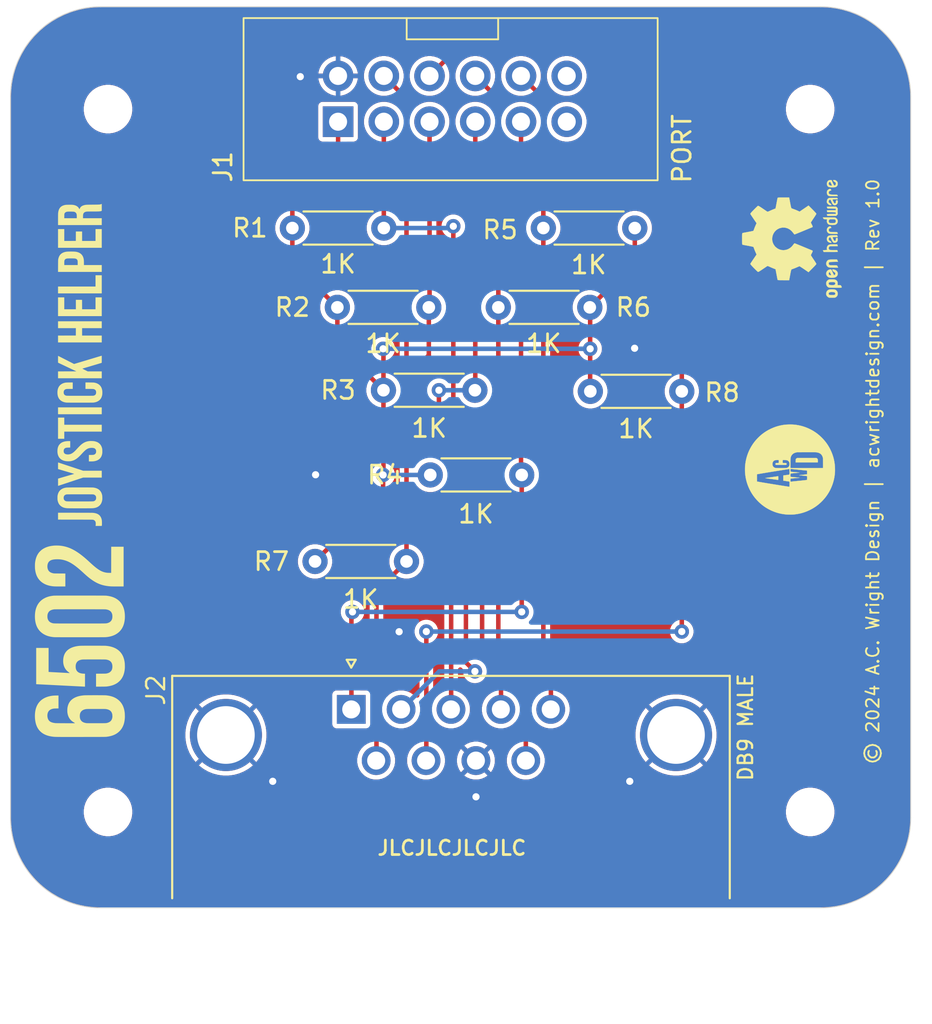
<source format=kicad_pcb>
(kicad_pcb (version 20241229) (generator "pcbnew") (generator_version "9.0")
  (title_block (title "6502 Joystick Helper") (date "2025-09-18") (rev "1.0") (company "A.C. Wright Design"))
  (layers (0 "F.Cu" signal "Top") (2 "B.Cu" signal "Bottom") (13 "F.Paste" user) (15 "B.Paste" user) (5 "F.SilkS" user "F.Silkscreen") (7 "B.SilkS" user "B.Silkscreen") (1 "F.Mask" user) (3 "B.Mask" user) (25 "Edge.Cuts" user))
  (net 0 "")
  (net 1 "GND")
  (net 2 "VCC")
  (net 3 "P2")
  (net 4 "P3")
  (net 5 "P6")
  (net 6 "P5")
  (net 7 "P0")
  (net 8 "P4")
  (net 9 "P1")
  (net 12 "P7")
  (footprint "MountingHole:MountingHole_2.2mm_M2" (layer "F.Cu") (at 154.222 81.3)
    (property "Reference" "H2" (hide yes))
    (property "Value" "MountingHole" (hide yes))
    (pad "" np_thru_hole circle (at 0 0) (size 2.2 2.2) (drill 2.2) (layers "*.Cu" "*.Mask"))
  )
  (footprint "MountingHole:MountingHole_2.2mm_M2" (layer "F.Cu") (at 115.222 81.3)
    (property "Reference" "H1" (hide yes))
    (property "Value" "MountingHole" (hide yes))
    (pad "" np_thru_hole circle (at 0 0) (size 2.2 2.2) (drill 2.2) (layers "*.Cu" "*.Mask"))
  )
  (footprint "Resistor_THT:R_Axial_DIN0204_L3.6mm_D1.6mm_P5.08mm_Horizontal" (layer "F.Cu") (at 135.6 96.9 180)
    (property "Reference" "R3" (at 7.6 0 0) (layer "F.SilkS"))
    (property "Value" "1K" (at 2.54 -2.11 0) (layer "F.SilkS"))
    (pad "1" thru_hole circle (at 0 0 180) (size 1.4 1.4) (drill 0.7) (layers "*.Cu" "*.Mask") (net 6 "P5"))
    (pad "2" thru_hole oval (at 5.08 0 180) (size 1.4 1.4) (drill 0.7) (layers "*.Cu" "*.Mask") (net 2 "VCC"))
  )
  (footprint "6502 Parts:6502 GPIO Connector" (layer "F.Cu") (at 128 82 90)
    (property "Reference" "J1" (at -2.5 -6.4 90) (layer "F.SilkS"))
    (property "Value" "PORT" (at -1.5 19.1 90) (layer "F.SilkS"))
    (pad "1" thru_hole rect (at 0 0 90) (size 1.7 1.7) (drill 1) (layers "*.Cu" "*.Mask") (net 2 "VCC"))
    (pad "2" thru_hole oval (at 2.54 0 90) (size 1.7 1.7) (drill 1) (layers "*.Cu" "*.Mask") (net 1 "GND"))
    (pad "3" thru_hole oval (at 0 2.54 90) (size 1.7 1.7) (drill 1) (layers "*.Cu" "*.Mask") (net 12 "P7"))
    (pad "4" thru_hole oval (at 2.54 2.54 90) (size 1.7 1.7) (drill 1) (layers "*.Cu" "*.Mask") (net 7 "P0"))
    (pad "5" thru_hole oval (at 0 5.08 90) (size 1.7 1.7) (drill 1) (layers "*.Cu" "*.Mask") (net 5 "P6"))
    (pad "6" thru_hole oval (at 2.54 5.08 90) (size 1.7 1.7) (drill 1) (layers "*.Cu" "*.Mask") (net 9 "P1"))
    (pad "7" thru_hole oval (at 0 7.62 90) (size 1.7 1.7) (drill 1) (layers "*.Cu" "*.Mask") (net 6 "P5"))
    (pad "8" thru_hole oval (at 2.54 7.62 90) (size 1.7 1.7) (drill 1) (layers "*.Cu" "*.Mask") (net 3 "P2"))
    (pad "9" thru_hole oval (at 0 10.16 90) (size 1.7 1.7) (drill 1) (layers "*.Cu" "*.Mask") (net 8 "P4"))
    (pad "10" thru_hole oval (at 2.54 10.16 90) (size 1.7 1.7) (drill 1) (layers "*.Cu" "*.Mask") (net 4 "P3"))
    (pad "11" thru_hole oval (at 0 12.7 90) (size 1.7 1.7) (drill 1) (layers "*.Cu" "*.Mask"))
    (pad "12" thru_hole oval (at 2.54 12.7 90) (size 1.7 1.7) (drill 1) (layers "*.Cu" "*.Mask"))
  )
  (footprint "6502 Logos:6502 Joystick Helper 5mm" (layer "F.Cu") (at 113.659732 96.152423 90)
    (property "Reference" "G***" (hide yes))
    (property "Value" "LOGO" (hide yes))
  )
  (footprint "Resistor_THT:R_Axial_DIN0204_L3.6mm_D1.6mm_P5.08mm_Horizontal" (layer "F.Cu") (at 133.04 92.3 180)
    (property "Reference" "R2" (at 7.58 0 0) (layer "F.SilkS"))
    (property "Value" "1K" (at 2.54 -2.01 0) (layer "F.SilkS"))
    (pad "1" thru_hole circle (at 0 0 180) (size 1.4 1.4) (drill 0.7) (layers "*.Cu" "*.Mask") (net 5 "P6"))
    (pad "2" thru_hole oval (at 5.08 0 180) (size 1.4 1.4) (drill 0.7) (layers "*.Cu" "*.Mask") (net 2 "VCC"))
  )
  (footprint "Resistor_THT:R_Axial_DIN0204_L3.6mm_D1.6mm_P5.08mm_Horizontal" (layer "F.Cu") (at 139.4 87.9)
    (property "Reference" "R5" (at -2.4 0.1 0) (layer "F.SilkS"))
    (property "Value" "1K" (at 2.52 2.04 0) (layer "F.SilkS"))
    (pad "1" thru_hole circle (at 0 0) (size 1.4 1.4) (drill 0.7) (layers "*.Cu" "*.Mask") (net 4 "P3"))
    (pad "2" thru_hole oval (at 5.08 0) (size 1.4 1.4) (drill 0.7) (layers "*.Cu" "*.Mask") (net 2 "VCC"))
  )
  (footprint "Symbol:OSHW-Logo2_7.3x6mm_SilkScreen" (layer "F.Cu") (at 153.2 88.5 90)
    (property "Reference" "REF**" (hide yes))
    (property "Value" "OSHW-Logo2_7.3x6mm_SilkScreen" (hide yes))
  )
  (footprint "Resistor_THT:R_Axial_DIN0204_L3.6mm_D1.6mm_P5.08mm_Horizontal" (layer "F.Cu") (at 131.8 106.4 180)
    (property "Reference" "R7" (at 7.5 0 0) (layer "F.SilkS"))
    (property "Value" "1K" (at 2.54 -2.1 0) (layer "F.SilkS"))
    (pad "1" thru_hole circle (at 0 0 180) (size 1.4 1.4) (drill 0.7) (layers "*.Cu" "*.Mask") (net 7 "P0"))
    (pad "2" thru_hole oval (at 5.08 0 180) (size 1.4 1.4) (drill 0.7) (layers "*.Cu" "*.Mask") (net 2 "VCC"))
  )
  (footprint "MountingHole:MountingHole_2.2mm_M2" (layer "F.Cu") (at 154.222 120.3)
    (property "Reference" "H4" (hide yes))
    (property "Value" "MountingHole" (hide yes))
    (pad "" np_thru_hole circle (at 0 0) (size 2.2 2.2) (drill 2.2) (layers "*.Cu" "*.Mask"))
  )
  (footprint "Resistor_THT:R_Axial_DIN0204_L3.6mm_D1.6mm_P5.08mm_Horizontal" (layer "F.Cu") (at 136.9 92.3)
    (property "Reference" "R6" (at 7.5 0 0) (layer "F.SilkS"))
    (property "Value" "1K" (at 2.52 2.01 0) (layer "F.SilkS"))
    (pad "1" thru_hole circle (at 0 0) (size 1.4 1.4) (drill 0.7) (layers "*.Cu" "*.Mask") (net 3 "P2"))
    (pad "2" thru_hole oval (at 5.08 0) (size 1.4 1.4) (drill 0.7) (layers "*.Cu" "*.Mask") (net 2 "VCC"))
  )
  (footprint "A.C. Wright Logo:A.C. Wright Logo 5mm" (layer "F.Cu") (at 153.1 101.3 90)
    (property "Reference" "G***" (hide yes))
    (property "Value" "LOGO" (hide yes))
  )
  (footprint "Connector_Dsub:DSUB-9_Pins_Horizontal_P2.77x2.84mm_EdgePinOffset7.70mm_Housed_MountingHolesOffset9.12mm" (layer "F.Cu") (at 128.73 114.61)
    (property "Reference" "J2" (at -10.85 -1.07 270) (layer "F.SilkS") (effects (font (thickness 0.127))))
    (property "Value" "DB9 MALE" (at 21.9 0.99 270) (layer "F.SilkS") (effects (font (size 0.8 0.8) (thickness 0.127))))
    (pad "0" thru_hole circle (at -6.96 1.42) (size 4 4) (drill 3.2) (layers "*.Cu" "*.Mask") (net 1 "GND"))
    (pad "0" thru_hole circle (at 18.04 1.42) (size 4 4) (drill 3.2) (layers "*.Cu" "*.Mask") (net 1 "GND"))
    (pad "1" thru_hole rect (at 0 0) (size 1.6 1.6) (drill 1) (layers "*.Cu" "*.Mask") (net 8 "P4"))
    (pad "2" thru_hole circle (at 2.77 0) (size 1.6 1.6) (drill 1) (layers "*.Cu" "*.Mask") (net 6 "P5"))
    (pad "3" thru_hole circle (at 5.54 0) (size 1.6 1.6) (drill 1) (layers "*.Cu" "*.Mask") (net 5 "P6"))
    (pad "4" thru_hole circle (at 8.31 0) (size 1.6 1.6) (drill 1) (layers "*.Cu" "*.Mask") (net 12 "P7"))
    (pad "5" thru_hole circle (at 11.08 0) (size 1.6 1.6) (drill 1) (layers "*.Cu" "*.Mask") (net 4 "P3"))
    (pad "6" thru_hole circle (at 1.385 2.84) (size 1.6 1.6) (drill 1) (layers "*.Cu" "*.Mask") (net 7 "P0"))
    (pad "7" thru_hole circle (at 4.155 2.84) (size 1.6 1.6) (drill 1) (layers "*.Cu" "*.Mask") (net 9 "P1"))
    (pad "8" thru_hole circle (at 6.925 2.84) (size 1.6 1.6) (drill 1) (layers "*.Cu" "*.Mask") (net 1 "GND"))
    (pad "9" thru_hole circle (at 9.695 2.84) (size 1.6 1.6) (drill 1) (layers "*.Cu" "*.Mask") (net 3 "P2"))
  )
  (footprint "Resistor_THT:R_Axial_DIN0204_L3.6mm_D1.6mm_P5.08mm_Horizontal" (layer "F.Cu") (at 147.09 96.96 180)
    (property "Reference" "R8" (at -2.24 -0.07 0) (layer "F.SilkS"))
    (property "Value" "1K" (at 2.54 -2.08 0) (layer "F.SilkS"))
    (pad "1" thru_hole circle (at 0 0 180) (size 1.4 1.4) (drill 0.7) (layers "*.Cu" "*.Mask") (net 9 "P1"))
    (pad "2" thru_hole circle (at 5.08 0 180) (size 1.4 1.4) (drill 0.7) (layers "*.Cu" "*.Mask") (net 2 "VCC"))
  )
  (footprint "Resistor_THT:R_Axial_DIN0204_L3.6mm_D1.6mm_P5.08mm_Horizontal" (layer "F.Cu") (at 138.2 101.6 180)
    (property "Reference" "R4" (at 7.6 0 180) (layer "F.SilkS"))
    (property "Value" "1K" (at 2.54 -2.17 180) (layer "F.SilkS"))
    (pad "1" thru_hole circle (at 0 0 180) (size 1.4 1.4) (drill 0.7) (layers "*.Cu" "*.Mask") (net 8 "P4"))
    (pad "2" thru_hole oval (at 5.08 0 180) (size 1.4 1.4) (drill 0.7) (layers "*.Cu" "*.Mask") (net 2 "VCC"))
  )
  (footprint "Resistor_THT:R_Axial_DIN0204_L3.6mm_D1.6mm_P5.08mm_Horizontal" (layer "F.Cu") (at 130.54 87.9 180)
    (property "Reference" "R1" (at 7.44 0 0) (layer "F.SilkS"))
    (property "Value" "1K" (at 2.54 -2 0) (layer "F.SilkS"))
    (pad "1" thru_hole circle (at 0 0 180) (size 1.4 1.4) (drill 0.7) (layers "*.Cu" "*.Mask") (net 12 "P7"))
    (pad "2" thru_hole oval (at 5.08 0 180) (size 1.4 1.4) (drill 0.7) (layers "*.Cu" "*.Mask") (net 2 "VCC"))
  )
  (footprint "MountingHole:MountingHole_2.2mm_M2" (layer "F.Cu") (at 115.222 120.3)
    (property "Reference" "H3" (hide yes))
    (property "Value" "MountingHole" (hide yes))
    (pad "" np_thru_hole circle (at 0 0) (size 2.2 2.2) (drill 2.2) (layers "*.Cu" "*.Mask"))
  )
  (gr_arc (start 114.8061 125.6206) (mid 111.270566 124.156134) (end 109.8061 120.6206) (stroke (width 0.05)) (layer "Edge.Cuts"))
  (gr_line (start 159.8061 120.6206) (end 159.8061 80.6206) (stroke (width 0.05)) (layer "Edge.Cuts"))
  (gr_line (start 114.8061 125.6206) (end 154.8061 125.6206) (stroke (width 0.05)) (layer "Edge.Cuts"))
  (gr_line (start 109.8061 80.6206) (end 109.8061 120.6206) (stroke (width 0.05)) (layer "Edge.Cuts"))
  (gr_arc (start 109.8061 80.6206) (mid 111.270566 77.085066) (end 114.8061 75.6206) (stroke (width 0.05)) (layer "Edge.Cuts"))
  (gr_line (start 154.8061 75.6206) (end 114.8061 75.6206) (stroke (width 0.05)) (layer "Edge.Cuts"))
  (gr_arc (start 154.8061 75.6206) (mid 158.341634 77.085066) (end 159.8061 80.6206) (stroke (width 0.05)) (layer "Edge.Cuts"))
  (gr_arc (start 159.8061 120.6206) (mid 158.341634 124.156134) (end 154.8061 125.6206) (stroke (width 0.05)) (layer "Edge.Cuts"))
  (gr_text "JLCJLCJLCJLC" (at 134.32 122.3 0) (layer "F.SilkS") (effects (font (size 0.8 0.8))))
  (gr_text "© 2024 A.C. Wright Design | acwrightdesign.com | Rev 1.0" (at 157.7 101.41 90) (layer "F.SilkS") (effects (font (size 0.7 0.7) (thickness 0.1))))
  (via (at 124.37 118.6) (size 0.8) (drill 0.4) (layers "F.Cu" "B.Cu") (net 1))
  (via (at 144.47 94.57) (size 0.8) (drill 0.4) (layers "F.Cu" "B.Cu") (net 1))
  (via (at 135.66 119.46) (size 0.8) (drill 0.4) (layers "F.Cu" "B.Cu") (net 1))
  (via (at 144.2 118.6) (size 0.8) (drill 0.4) (layers "F.Cu" "B.Cu") (net 1))
  (via (at 125.9 79.5) (size 0.8) (drill 0.4) (layers "F.Cu" "B.Cu") (net 1))
  (via (at 131.39 110.3) (size 0.8) (drill 0.4) (layers "F.Cu" "B.Cu") (net 1))
  (via (at 126.75 101.59) (size 0.8) (drill 0.4) (layers "F.Cu" "B.Cu") (net 1))
  (segment (start 125.46 87.9) (end 125.46 89.8) (width 0.25) (layer "F.Cu") (net 2))
  (segment (start 142 94.6) (end 142 96.95) (width 0.25) (layer "F.Cu") (net 2))
  (segment (start 130.52 99) (end 130.52 101.58) (width 0.25) (layer "F.Cu") (net 2))
  (segment (start 125.46 85.94) (end 125.46 87.9) (width 0.25) (layer "F.Cu") (net 2))
  (segment (start 130.5 102.62) (end 126.72 106.4) (width 0.25) (layer "F.Cu") (net 2))
  (segment (start 142 92.32) (end 141.98 92.3) (width 0.25) (layer "F.Cu") (net 2))
  (segment (start 142 96.95) (end 142.01 96.96) (width 0.25) (layer "F.Cu") (net 2))
  (segment (start 141.98 92.3) (end 144.48 89.8) (width 0.25) (layer "F.Cu") (net 2))
  (segment (start 128 83.4) (end 125.46 85.94) (width 0.25) (layer "F.Cu") (net 2))
  (segment (start 127.96 92.3) (end 127.96 94.34) (width 0.25) (layer "F.Cu") (net 2))
  (segment (start 130.52 96.9) (end 130.52 94.62) (width 0.25) (layer "F.Cu") (net 2))
  (segment (start 130.52 101.58) (end 130.5 101.6) (width 0.25) (layer "F.Cu") (net 2))
  (segment (start 130.52 94.62) (end 130.5 94.6) (width 0.25) (layer "F.Cu") (net 2))
  (segment (start 128 82) (end 128 83.4) (width 0.25) (layer "F.Cu") (net 2))
  (segment (start 130.52 96.9) (end 130.52 99) (width 0.25) (layer "F.Cu") (net 2))
  (segment (start 127.96 94.34) (end 130.52 96.9) (width 0.25) (layer "F.Cu") (net 2))
  (segment (start 144.48 89.8) (end 144.48 87.9) (width 0.25) (layer "F.Cu") (net 2))
  (segment (start 125.46 89.8) (end 127.96 92.3) (width 0.25) (layer "F.Cu") (net 2))
  (segment (start 142 94.6) (end 142 92.32) (width 0.25) (layer "F.Cu") (net 2))
  (segment (start 130.5 101.6) (end 130.5 102.62) (width 0.25) (layer "F.Cu") (net 2))
  (via (at 130.5 94.6) (size 0.8) (drill 0.4) (layers "F.Cu" "B.Cu") (net 2))
  (via (at 130.5 101.6) (size 0.8) (drill 0.4) (layers "F.Cu" "B.Cu") (net 2))
  (via (at 142 94.6) (size 0.8) (drill 0.4) (layers "F.Cu" "B.Cu") (net 2))
  (segment (start 130.5 94.6) (end 142 94.6) (width 0.25) (layer "B.Cu") (net 2))
  (segment (start 130.5 101.6) (end 133.12 101.6) (width 0.25) (layer "B.Cu") (net 2))
  (segment (start 136.9 92.3) (end 136.9 111.5) (width 0.25) (layer "F.Cu") (net 3))
  (segment (start 138.42782 113.02782) (end 138.42782 117.44972) (width 0.25) (layer "F.Cu") (net 3))
  (segment (start 136.9 111.5) (end 138.42782 113.02782) (width 0.25) (layer "F.Cu") (net 3))
  (segment (start 135.62 79.46) (end 136.9 80.74) (width 0.25) (layer "F.Cu") (net 3))
  (segment (start 136.9 80.74) (end 136.9 92.3) (width 0.25) (layer "F.Cu") (net 3))
  (segment (start 138.16 79.46) (end 139.4 80.7) (width 0.25) (layer "F.Cu") (net 4))
  (segment (start 139.4 87.9) (end 139.4 112.5) (width 0.25) (layer "F.Cu") (net 4))
  (segment (start 139.4 112.5) (end 139.81974 112.91974) (width 0.25) (layer "F.Cu") (net 4))
  (segment (start 139.81974 112.91974) (end 139.81974 114.61) (width 0.25) (layer "F.Cu") (net 4))
  (segment (start 139.4 80.7) (end 139.4 87.9) (width 0.25) (layer "F.Cu") (net 4))
  (segment (start 133.08 82) (end 133.08 92.26) (width 0.25) (layer "F.Cu") (net 5))
  (segment (start 133.08 92.26) (end 133.04 92.3) (width 0.25) (layer "F.Cu") (net 5))
  (segment (start 132.5 98.5) (end 134.28 100.28) (width 0.25) (layer "F.Cu") (net 5))
  (segment (start 133.04 92.3) (end 133.04 94.96) (width 0.25) (layer "F.Cu") (net 5))
  (segment (start 133.04 94.96) (end 132.5 95.5) (width 0.25) (layer "F.Cu") (net 5))
  (segment (start 132.5 95.5) (end 132.5 98.5) (width 0.25) (layer "F.Cu") (net 5))
  (segment (start 134.28 100.28) (end 134.28 114.61) (width 0.25) (layer "F.Cu") (net 5))
  (segment (start 135.62 96.88) (end 135.6 96.9) (width 0.25) (layer "F.Cu") (net 6))
  (segment (start 135.1 112) (end 135.6 112.5) (width 0.25) (layer "F.Cu") (net 6))
  (segment (start 135.62 82) (end 135.62 96.88) (width 0.25) (layer "F.Cu") (net 6))
  (segment (start 133.6 96.9) (end 133.6 98.4) (width 0.25) (layer "F.Cu") (net 6))
  (segment (start 135.1 99.9) (end 135.1 112) (width 0.25) (layer "F.Cu") (net 6))
  (segment (start 133.6 98.4) (end 135.1 99.9) (width 0.25) (layer "F.Cu") (net 6))
  (via (at 133.6 96.9) (size 0.8) (drill 0.4) (layers "F.Cu" "B.Cu") (net 6))
  (via (at 135.6 112.5) (size 0.8) (drill 0.4) (layers "F.Cu" "B.Cu") (net 6))
  (segment (start 135.6 96.9) (end 133.6 96.9) (width 0.25) (layer "B.Cu") (net 6))
  (segment (start 135.6 112.5) (end 133.6214 112.5) (width 0.25) (layer "B.Cu") (net 6))
  (segment (start 133.6214 112.5) (end 131.5114 114.61) (width 0.25) (layer "B.Cu") (net 6))
  (segment (start 131.8 80.72) (end 130.54 79.46) (width 0.25) (layer "F.Cu") (net 7))
  (segment (start 131.8 106.4) (end 131.8 80.72) (width 0.25) (layer "F.Cu") (net 7))
  (segment (start 130.13218 108.06782) (end 130.13218 117.44972) (width 0.25) (layer "F.Cu") (net 7))
  (segment (start 131.8 106.4) (end 130.13218 108.06782) (width 0.25) (layer "F.Cu") (net 7))
  (segment (start 138.16 101.56) (end 138.2 101.6) (width 0.25) (layer "F.Cu") (net 8))
  (segment (start 138.2 101.6) (end 138.2 109.2) (width 0.25) (layer "F.Cu") (net 8))
  (segment (start 128.74026 109.55974) (end 128.74026 114.61) (width 0.25) (layer "F.Cu") (net 8))
  (segment (start 128.8 109.2) (end 128.8 109.5) (width 0.25) (layer "F.Cu") (net 8))
  (segment (start 128.8 109.5) (end 128.74026 109.55974) (width 0.25) (layer "F.Cu") (net 8))
  (segment (start 138.16 82) (end 138.16 101.56) (width 0.25) (layer "F.Cu") (net 8))
  (via (at 138.2 109.2) (size 0.8) (drill 0.4) (layers "F.Cu" "B.Cu") (net 8))
  (via (at 128.8 109.2) (size 0.8) (drill 0.4) (layers "F.Cu" "B.Cu") (net 8))
  (segment (start 138.2 109.2) (end 128.8 109.2) (width 0.25) (layer "B.Cu") (net 8))
  (segment (start 147.09 110.29) (end 147.09 96.96) (width 0.25) (layer "F.Cu") (net 9))
  (segment (start 132.90078 110.29078) (end 132.9 110.29) (width 0.25) (layer "F.Cu") (net 9))
  (segment (start 144.03 77.5) (end 147.09 80.56) (width 0.25) (layer "F.Cu") (net 9))
  (segment (start 135.04 77.5) (end 144.03 77.5) (width 0.25) (layer "F.Cu") (net 9))
  (segment (start 133.08 79.46) (end 135.04 77.5) (width 0.25) (layer "F.Cu") (net 9))
  (segment (start 132.90078 117.44972) (end 132.90078 110.29078) (width 0.25) (layer "F.Cu") (net 9))
  (segment (start 147.09 80.56) (end 147.09 96.96) (width 0.25) (layer "F.Cu") (net 9))
  (via (at 147.09 110.29) (size 0.8) (drill 0.4) (layers "F.Cu" "B.Cu") (net 9))
  (via (at 132.9 110.29) (size 0.8) (drill 0.4) (layers "F.Cu" "B.Cu") (net 9))
  (segment (start 132.9 110.29) (end 147.09 110.29) (width 0.25) (layer "B.Cu") (net 9))
  (segment (start 134.4 87.8) (end 134.4 97.9) (width 0.25) (layer "F.Cu") (net 12))
  (segment (start 130.54 82) (end 130.54 87.9) (width 0.25) (layer "F.Cu") (net 12))
  (segment (start 134.4 97.9) (end 136 99.5) (width 0.25) (layer "F.Cu") (net 12))
  (segment (start 137.0486 112.7486) (end 137.0486 114.61) (width 0.25) (layer "F.Cu") (net 12))
  (segment (start 136 99.5) (end 136 111.7) (width 0.25) (layer "F.Cu") (net 12))
  (segment (start 136 111.7) (end 137.0486 112.7486) (width 0.25) (layer "F.Cu") (net 12))
  (via (at 134.4 87.8) (size 0.8) (drill 0.4) (layers "F.Cu" "B.Cu") (net 12))
  (segment (start 130.54 87.9) (end 134.3 87.9) (width 0.25) (layer "B.Cu") (net 12))
  (segment (start 134.3 87.9) (end 134.4 87.8) (width 0.25) (layer "B.Cu") (net 12))
  (zone (net 1) (net_name "GND") (layer "F.Cu") (connect_pads (clearance 0.254)) (min_thickness 0.254) (fill yes (thermal_gap 0.254) (thermal_bridge_width 0.254))
    (polygon (pts (xy 161.01 126.3) (xy 109.222 126.3) (xy 109.222 75.246) (xy 161.01 75.246)))
  )
  (zone (net 1) (net_name "GND") (layer "B.Cu") (connect_pads (clearance 0.254)) (min_thickness 0.254) (fill yes (thermal_gap 0.254) (thermal_bridge_width 0.254))
    (polygon (pts (xy 161.01 126.3) (xy 109.222 126.3) (xy 109.222 75.246) (xy 161.01 75.246)))
  )
)
</source>
